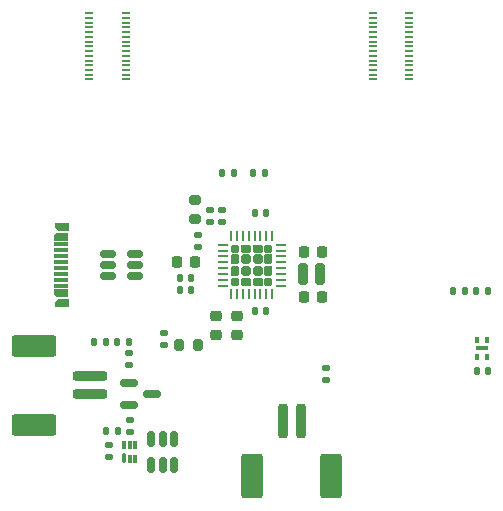
<source format=gbr>
%TF.GenerationSoftware,KiCad,Pcbnew,8.0.9-8.0.9-0~ubuntu24.04.1*%
%TF.CreationDate,2025-04-21T09:58:39+02:00*%
%TF.ProjectId,Sensor_Node_Base_V1.0,53656e73-6f72-45f4-9e6f-64655f426173,rev?*%
%TF.SameCoordinates,Original*%
%TF.FileFunction,Paste,Top*%
%TF.FilePolarity,Positive*%
%FSLAX46Y46*%
G04 Gerber Fmt 4.6, Leading zero omitted, Abs format (unit mm)*
G04 Created by KiCad (PCBNEW 8.0.9-8.0.9-0~ubuntu24.04.1) date 2025-04-21 09:58:39*
%MOMM*%
%LPD*%
G01*
G04 APERTURE LIST*
G04 Aperture macros list*
%AMRoundRect*
0 Rectangle with rounded corners*
0 $1 Rounding radius*
0 $2 $3 $4 $5 $6 $7 $8 $9 X,Y pos of 4 corners*
0 Add a 4 corners polygon primitive as box body*
4,1,4,$2,$3,$4,$5,$6,$7,$8,$9,$2,$3,0*
0 Add four circle primitives for the rounded corners*
1,1,$1+$1,$2,$3*
1,1,$1+$1,$4,$5*
1,1,$1+$1,$6,$7*
1,1,$1+$1,$8,$9*
0 Add four rect primitives between the rounded corners*
20,1,$1+$1,$2,$3,$4,$5,0*
20,1,$1+$1,$4,$5,$6,$7,0*
20,1,$1+$1,$6,$7,$8,$9,0*
20,1,$1+$1,$8,$9,$2,$3,0*%
%AMOutline5P*
0 Free polygon, 5 corners , with rotation*
0 The origin of the aperture is its center*
0 number of corners: always 5*
0 $1 to $10 corner X, Y*
0 $11 Rotation angle, in degrees counterclockwise*
0 create outline with 5 corners*
4,1,5,$1,$2,$3,$4,$5,$6,$7,$8,$9,$10,$1,$2,$11*%
%AMOutline6P*
0 Free polygon, 6 corners , with rotation*
0 The origin of the aperture is its center*
0 number of corners: always 6*
0 $1 to $12 corner X, Y*
0 $13 Rotation angle, in degrees counterclockwise*
0 create outline with 6 corners*
4,1,6,$1,$2,$3,$4,$5,$6,$7,$8,$9,$10,$11,$12,$1,$2,$13*%
%AMOutline7P*
0 Free polygon, 7 corners , with rotation*
0 The origin of the aperture is its center*
0 number of corners: always 7*
0 $1 to $14 corner X, Y*
0 $15 Rotation angle, in degrees counterclockwise*
0 create outline with 7 corners*
4,1,7,$1,$2,$3,$4,$5,$6,$7,$8,$9,$10,$11,$12,$13,$14,$1,$2,$15*%
%AMOutline8P*
0 Free polygon, 8 corners , with rotation*
0 The origin of the aperture is its center*
0 number of corners: always 8*
0 $1 to $16 corner X, Y*
0 $17 Rotation angle, in degrees counterclockwise*
0 create outline with 8 corners*
4,1,8,$1,$2,$3,$4,$5,$6,$7,$8,$9,$10,$11,$12,$13,$14,$15,$16,$1,$2,$17*%
%AMFreePoly0*
4,1,19,0.290204,0.301344,0.321117,0.247801,0.322490,0.232106,0.322490,-0.157228,0.301344,-0.215326,0.296017,-0.221139,0.221139,-0.296017,0.165105,-0.322146,0.157228,-0.322490,-0.232106,-0.322490,-0.290204,-0.301344,-0.321117,-0.247801,-0.322490,-0.232106,-0.322490,0.232106,-0.301344,0.290204,-0.247801,0.321117,-0.232106,0.322490,0.232106,0.322490,0.290204,0.301344,0.290204,0.301344,
$1*%
%AMFreePoly1*
4,1,21,0.231572,0.385173,0.236504,0.380653,0.300030,0.317127,0.322198,0.269587,0.322490,0.262904,0.322490,-0.262904,0.304550,-0.312195,0.300030,-0.317127,0.236504,-0.380653,0.188964,-0.402821,0.182281,-0.403113,-0.245807,-0.403113,-0.295098,-0.385173,-0.321325,-0.339746,-0.322490,-0.326430,-0.322490,0.326430,-0.304550,0.375721,-0.259123,0.401948,-0.245807,0.403113,0.182281,0.403113,
0.231572,0.385173,0.231572,0.385173,$1*%
%AMFreePoly2*
4,1,19,0.215326,0.301344,0.221139,0.296017,0.296017,0.221139,0.322146,0.165105,0.322490,0.157228,0.322490,-0.232106,0.301344,-0.290204,0.247801,-0.321117,0.232106,-0.322490,-0.232106,-0.322490,-0.290204,-0.301344,-0.321117,-0.247801,-0.322490,-0.232106,-0.322490,0.232106,-0.301344,0.290204,-0.247801,0.321117,-0.232106,0.322490,0.157228,0.322490,0.215326,0.301344,0.215326,0.301344,
$1*%
%AMFreePoly3*
4,1,21,0.375721,0.304550,0.401948,0.259123,0.403113,0.245807,0.403113,-0.182281,0.385173,-0.231572,0.380653,-0.236504,0.317127,-0.300030,0.269587,-0.322198,0.262904,-0.322490,-0.262904,-0.322490,-0.312195,-0.304550,-0.317127,-0.300030,-0.380653,-0.236504,-0.402821,-0.188964,-0.403113,-0.182281,-0.403113,0.245807,-0.385173,0.295098,-0.339746,0.321325,-0.326430,0.322490,0.326430,0.322490,
0.375721,0.304550,0.375721,0.304550,$1*%
%AMFreePoly4*
4,1,21,0.312195,0.304550,0.317127,0.300030,0.380653,0.236504,0.402821,0.188964,0.403113,0.182281,0.403113,-0.245807,0.385173,-0.295098,0.339746,-0.321325,0.326430,-0.322490,-0.326430,-0.322490,-0.375721,-0.304550,-0.401948,-0.259123,-0.403113,-0.245807,-0.403113,0.182281,-0.385173,0.231572,-0.380653,0.236504,-0.317127,0.300030,-0.269587,0.322198,-0.262904,0.322490,0.262904,0.322490,
0.312195,0.304550,0.312195,0.304550,$1*%
%AMFreePoly5*
4,1,19,0.290204,0.301344,0.321117,0.247801,0.322490,0.232106,0.322490,-0.232106,0.301344,-0.290204,0.247801,-0.321117,0.232106,-0.322490,-0.157228,-0.322490,-0.215326,-0.301344,-0.221139,-0.296017,-0.296017,-0.221139,-0.322146,-0.165105,-0.322490,-0.157228,-0.322490,0.232106,-0.301344,0.290204,-0.247801,0.321117,-0.232106,0.322490,0.232106,0.322490,0.290204,0.301344,0.290204,0.301344,
$1*%
%AMFreePoly6*
4,1,21,0.295098,0.385173,0.321325,0.339746,0.322490,0.326430,0.322490,-0.326430,0.304550,-0.375721,0.259123,-0.401948,0.245807,-0.403113,-0.182281,-0.403113,-0.231572,-0.385173,-0.236504,-0.380653,-0.300030,-0.317127,-0.322198,-0.269587,-0.322490,-0.262904,-0.322490,0.262904,-0.304550,0.312195,-0.300030,0.317127,-0.236504,0.380653,-0.188964,0.402821,-0.182281,0.403113,0.245807,0.403113,
0.295098,0.385173,0.295098,0.385173,$1*%
%AMFreePoly7*
4,1,19,0.290204,0.301344,0.321117,0.247801,0.322490,0.232106,0.322490,-0.232106,0.301344,-0.290204,0.247801,-0.321117,0.232106,-0.322490,-0.232106,-0.322490,-0.290204,-0.301344,-0.321117,-0.247801,-0.322490,-0.232106,-0.322490,0.157228,-0.301344,0.215326,-0.296017,0.221139,-0.221139,0.296017,-0.165105,0.322146,-0.157228,0.322490,0.232106,0.322490,0.290204,0.301344,0.290204,0.301344,
$1*%
G04 Aperture macros list end*
%ADD10FreePoly0,180.000000*%
%ADD11FreePoly1,180.000000*%
%ADD12FreePoly2,180.000000*%
%ADD13FreePoly3,180.000000*%
%ADD14RoundRect,0.201557X0.201556X0.201556X-0.201556X0.201556X-0.201556X-0.201556X0.201556X-0.201556X0*%
%ADD15FreePoly4,180.000000*%
%ADD16FreePoly5,180.000000*%
%ADD17FreePoly6,180.000000*%
%ADD18FreePoly7,180.000000*%
%ADD19RoundRect,0.062500X0.337500X0.062500X-0.337500X0.062500X-0.337500X-0.062500X0.337500X-0.062500X0*%
%ADD20RoundRect,0.062500X0.062500X0.337500X-0.062500X0.337500X-0.062500X-0.337500X0.062500X-0.337500X0*%
%ADD21RoundRect,0.200000X-0.200000X-1.250000X0.200000X-1.250000X0.200000X1.250000X-0.200000X1.250000X0*%
%ADD22RoundRect,0.250000X-0.650000X-1.650000X0.650000X-1.650000X0.650000X1.650000X-0.650000X1.650000X0*%
%ADD23RoundRect,0.135000X0.135000X0.185000X-0.135000X0.185000X-0.135000X-0.185000X0.135000X-0.185000X0*%
%ADD24RoundRect,0.135000X-0.185000X0.135000X-0.185000X-0.135000X0.185000X-0.135000X0.185000X0.135000X0*%
%ADD25RoundRect,0.225000X0.225000X0.250000X-0.225000X0.250000X-0.225000X-0.250000X0.225000X-0.250000X0*%
%ADD26RoundRect,0.150000X0.512500X0.150000X-0.512500X0.150000X-0.512500X-0.150000X0.512500X-0.150000X0*%
%ADD27RoundRect,0.135000X-0.135000X-0.185000X0.135000X-0.185000X0.135000X0.185000X-0.135000X0.185000X0*%
%ADD28RoundRect,0.140000X0.170000X-0.140000X0.170000X0.140000X-0.170000X0.140000X-0.170000X-0.140000X0*%
%ADD29RoundRect,0.135000X0.185000X-0.135000X0.185000X0.135000X-0.185000X0.135000X-0.185000X-0.135000X0*%
%ADD30RoundRect,0.225000X-0.225000X-0.250000X0.225000X-0.250000X0.225000X0.250000X-0.225000X0.250000X0*%
%ADD31RoundRect,0.140000X-0.140000X-0.170000X0.140000X-0.170000X0.140000X0.170000X-0.140000X0.170000X0*%
%ADD32RoundRect,0.200000X-1.250000X0.200000X-1.250000X-0.200000X1.250000X-0.200000X1.250000X0.200000X0*%
%ADD33RoundRect,0.250000X-1.650000X0.650000X-1.650000X-0.650000X1.650000X-0.650000X1.650000X0.650000X0*%
%ADD34RoundRect,0.218750X-0.256250X0.218750X-0.256250X-0.218750X0.256250X-0.218750X0.256250X0.218750X0*%
%ADD35RoundRect,0.140000X0.140000X0.170000X-0.140000X0.170000X-0.140000X-0.170000X0.140000X-0.170000X0*%
%ADD36RoundRect,0.200000X-0.200000X0.700000X-0.200000X-0.700000X0.200000X-0.700000X0.200000X0.700000X0*%
%ADD37Outline5P,-0.300000X0.575000X0.300000X0.575000X0.300000X-0.365000X0.090000X-0.575000X-0.300000X-0.575000X270.000000*%
%ADD38Outline5P,-0.300000X0.620000X0.300000X0.620000X0.300000X-0.620000X-0.090000X-0.620000X-0.300000X-0.410000X270.000000*%
%ADD39R,1.240000X0.300000*%
%ADD40Outline5P,-0.300000X0.620000X0.300000X0.620000X0.300000X-0.410000X0.090000X-0.620000X-0.300000X-0.620000X270.000000*%
%ADD41Outline5P,-0.300000X0.575000X0.300000X0.575000X0.300000X-0.575000X-0.090000X-0.575000X-0.300000X-0.365000X270.000000*%
%ADD42RoundRect,0.200000X0.200000X0.275000X-0.200000X0.275000X-0.200000X-0.275000X0.200000X-0.275000X0*%
%ADD43RoundRect,0.070000X-0.070000X-0.355000X0.070000X-0.355000X0.070000X0.355000X-0.070000X0.355000X0*%
%ADD44RoundRect,0.070000X-0.070000X-0.305000X0.070000X-0.305000X0.070000X0.305000X-0.070000X0.305000X0*%
%ADD45RoundRect,0.150000X-0.587500X-0.150000X0.587500X-0.150000X0.587500X0.150000X-0.587500X0.150000X0*%
%ADD46R,0.300000X0.500000*%
%ADD47RoundRect,0.100000X0.400000X0.100000X-0.400000X0.100000X-0.400000X-0.100000X0.400000X-0.100000X0*%
%ADD48R,0.700000X0.200000*%
%ADD49RoundRect,0.200000X0.275000X-0.200000X0.275000X0.200000X-0.275000X0.200000X-0.275000X-0.200000X0*%
%ADD50RoundRect,0.150000X-0.150000X0.512500X-0.150000X-0.512500X0.150000X-0.512500X0.150000X0.512500X0*%
G04 APERTURE END LIST*
D10*
%TO.C,IC302*%
X145080000Y-118210000D03*
D11*
X145080000Y-117310000D03*
X145080000Y-116310000D03*
D12*
X145080000Y-115410000D03*
D13*
X144180000Y-118210000D03*
D14*
X144180000Y-117310000D03*
X144180000Y-116310000D03*
D15*
X144180000Y-115410000D03*
D13*
X143180000Y-118210000D03*
D14*
X143180000Y-117310000D03*
X143180000Y-116310000D03*
D15*
X143180000Y-115410000D03*
D16*
X142280000Y-118210000D03*
D17*
X142280000Y-117310000D03*
X142280000Y-116310000D03*
D18*
X142280000Y-115410000D03*
D19*
X146130000Y-118560000D03*
X146130000Y-118060000D03*
X146130000Y-117560000D03*
X146130000Y-117060000D03*
X146130000Y-116560000D03*
X146130000Y-116060000D03*
X146130000Y-115560000D03*
X146130000Y-115060000D03*
D20*
X145430000Y-114360000D03*
X144930000Y-114360000D03*
X144430000Y-114360000D03*
X143930000Y-114360000D03*
X143430000Y-114360000D03*
X142930000Y-114360000D03*
X142430000Y-114360000D03*
X141930000Y-114360000D03*
D19*
X141230000Y-115060000D03*
X141230000Y-115560000D03*
X141230000Y-116060000D03*
X141230000Y-116560000D03*
X141230000Y-117060000D03*
X141230000Y-117560000D03*
X141230000Y-118060000D03*
X141230000Y-118560000D03*
D20*
X141930000Y-119260000D03*
X142430000Y-119260000D03*
X142930000Y-119260000D03*
X143430000Y-119260000D03*
X143930000Y-119260000D03*
X144430000Y-119260000D03*
X144930000Y-119260000D03*
X145430000Y-119260000D03*
%TD*%
D21*
%TO.C,CON102*%
X146330000Y-129980000D03*
X147830000Y-129980000D03*
D22*
X143730000Y-134680000D03*
X150430000Y-134680000D03*
%TD*%
D23*
%TO.C,R207*%
X163720000Y-119000000D03*
X162700000Y-119000000D03*
%TD*%
D24*
%TO.C,R301*%
X133330000Y-124250000D03*
X133330000Y-125270000D03*
%TD*%
D25*
%TO.C,C306*%
X138880000Y-116560000D03*
X137330000Y-116560000D03*
%TD*%
D24*
%TO.C,R302*%
X131590000Y-132020000D03*
X131590000Y-133040000D03*
%TD*%
D23*
%TO.C,R210*%
X133310000Y-123260000D03*
X132290000Y-123260000D03*
%TD*%
D26*
%TO.C,D101*%
X133787500Y-117712500D03*
X133787500Y-116762500D03*
X133787500Y-115812500D03*
X131512500Y-115812500D03*
X131512500Y-116762500D03*
X131512500Y-117712500D03*
%TD*%
D27*
%TO.C,R208*%
X141170000Y-109000000D03*
X142190000Y-109000000D03*
%TD*%
D28*
%TO.C,C303*%
X139130000Y-115240000D03*
X139130000Y-114280000D03*
%TD*%
D29*
%TO.C,R205*%
X149990000Y-126530000D03*
X149990000Y-125510000D03*
%TD*%
%TO.C,R305*%
X141200000Y-113130000D03*
X141200000Y-112110000D03*
%TD*%
%TO.C,R304*%
X140150000Y-113130000D03*
X140150000Y-112110000D03*
%TD*%
D30*
%TO.C,C305*%
X148080000Y-119460000D03*
X149630000Y-119460000D03*
%TD*%
D29*
%TO.C,R202*%
X136285000Y-123550000D03*
X136285000Y-122530000D03*
%TD*%
D31*
%TO.C,C304*%
X143930000Y-112420000D03*
X144890000Y-112420000D03*
%TD*%
D23*
%TO.C,R206*%
X144790000Y-108980000D03*
X143770000Y-108980000D03*
%TD*%
D32*
%TO.C,CON103*%
X129990000Y-126200000D03*
X129990000Y-127700000D03*
D33*
X125290000Y-123600000D03*
X125290000Y-130300000D03*
%TD*%
D34*
%TO.C,D301*%
X142430000Y-121135000D03*
X142430000Y-122710000D03*
%TD*%
D28*
%TO.C,C301*%
X133340000Y-130880000D03*
X133340000Y-129920000D03*
%TD*%
D35*
%TO.C,C309*%
X138570000Y-118860000D03*
X137610000Y-118860000D03*
%TD*%
%TO.C,C302*%
X138570000Y-117860000D03*
X137610000Y-117860000D03*
%TD*%
D31*
%TO.C,C221*%
X162720000Y-125750000D03*
X163680000Y-125750000D03*
%TD*%
D36*
%TO.C,L301*%
X149505000Y-117560000D03*
X148005000Y-117560000D03*
%TD*%
D34*
%TO.C,D302*%
X140660000Y-121135000D03*
X140660000Y-122710000D03*
%TD*%
D37*
%TO.C,CON101*%
X127600000Y-113580000D03*
D38*
X127550000Y-114380000D03*
D39*
X127550000Y-115530000D03*
X127550000Y-116530000D03*
X127550000Y-117030000D03*
X127550000Y-118030000D03*
D40*
X127550000Y-119180000D03*
D41*
X127600000Y-119980000D03*
X127600000Y-119980000D03*
D40*
X127550000Y-119180000D03*
D39*
X127550000Y-118530000D03*
X127550000Y-117530000D03*
X127550000Y-116030000D03*
X127550000Y-115030000D03*
D38*
X127550000Y-114380000D03*
D37*
X127600000Y-113580000D03*
%TD*%
D27*
%TO.C,R204*%
X160750000Y-119000000D03*
X161770000Y-119000000D03*
%TD*%
D23*
%TO.C,R211*%
X131350000Y-123270000D03*
X130330000Y-123270000D03*
%TD*%
D42*
%TO.C,R201*%
X139175000Y-123550000D03*
X137525000Y-123550000D03*
%TD*%
D43*
%TO.C,IC301*%
X132840000Y-133125000D03*
D44*
X133340000Y-133175000D03*
X133840000Y-133175000D03*
X133840000Y-132025000D03*
X133340000Y-132025000D03*
X132840000Y-132025000D03*
%TD*%
D45*
%TO.C,T301*%
X133335000Y-126738000D03*
X133335000Y-128638000D03*
X135210000Y-127688000D03*
%TD*%
D46*
%TO.C,IC202*%
X163600000Y-123150000D03*
X162800000Y-123150000D03*
X162800000Y-124550000D03*
X163600000Y-124550000D03*
D47*
X163200000Y-123850000D03*
%TD*%
D30*
%TO.C,C308*%
X148080000Y-115660000D03*
X149630000Y-115660000D03*
%TD*%
D31*
%TO.C,C307*%
X143930000Y-120660000D03*
X144890000Y-120660000D03*
%TD*%
D48*
%TO.C,M201*%
X133030000Y-95470000D03*
X129950000Y-95470000D03*
X133030000Y-95870000D03*
X129950000Y-95870000D03*
X133030000Y-96270000D03*
X129950000Y-96270000D03*
X133030000Y-96670000D03*
X129950000Y-96670000D03*
X133030000Y-97070000D03*
X129950000Y-97070000D03*
X133030000Y-97470000D03*
X129950000Y-97470000D03*
X133030000Y-97870000D03*
X129950000Y-97870000D03*
X133030000Y-98270000D03*
X129950000Y-98270000D03*
X133030000Y-98670000D03*
X129950000Y-98670000D03*
X133030000Y-99070000D03*
X129950000Y-99070000D03*
X133030000Y-99470000D03*
X129950000Y-99470000D03*
X133030000Y-99870000D03*
X129950000Y-99870000D03*
X133030000Y-100270000D03*
X129950000Y-100270000D03*
X133030000Y-100670000D03*
X129950000Y-100670000D03*
X133030000Y-101070000D03*
X129950000Y-101070000D03*
X157030000Y-95470000D03*
X153950000Y-95470000D03*
X157030000Y-95870000D03*
X153950000Y-95870000D03*
X157030000Y-96270000D03*
X153950000Y-96270000D03*
X157030000Y-96670000D03*
X153950000Y-96670000D03*
X157030000Y-97070000D03*
X153950000Y-97070000D03*
X157030000Y-97470000D03*
X153950000Y-97470000D03*
X157030000Y-97870000D03*
X153950000Y-97870000D03*
X157030000Y-98270000D03*
X153950000Y-98270000D03*
X157030000Y-98670000D03*
X153950000Y-98670000D03*
X157030000Y-99070000D03*
X153950000Y-99070000D03*
X157030000Y-99470000D03*
X153950000Y-99470000D03*
X157030000Y-99870000D03*
X153950000Y-99870000D03*
X157030000Y-100270000D03*
X153950000Y-100270000D03*
X157030000Y-100670000D03*
X153950000Y-100670000D03*
X157030000Y-101070000D03*
X153950000Y-101070000D03*
%TD*%
D49*
%TO.C,R306*%
X138850000Y-112895000D03*
X138850000Y-111245000D03*
%TD*%
D50*
%TO.C,T302*%
X137090000Y-131475000D03*
X136140000Y-131475000D03*
X135190000Y-131475000D03*
X135190000Y-133750000D03*
X136140000Y-133750000D03*
X137090000Y-133750000D03*
%TD*%
D27*
%TO.C,R303*%
X131330000Y-130850000D03*
X132350000Y-130850000D03*
%TD*%
M02*

</source>
